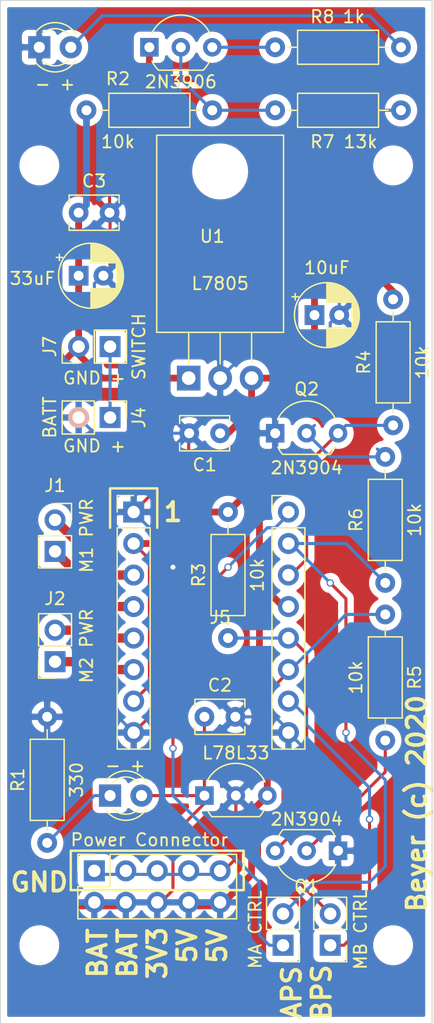
<source format=kicad_pcb>
(kicad_pcb (version 20171130) (host pcbnew "(5.1.4)-1")
  (layers (0 F.Cu signal hide) (31 B.Cu signal) (34 B.Paste user hide) (35 F.Paste user hide) (36 B.SilkS user hide) (37 F.SilkS user) (38 B.Mask user hide) (39 F.Mask user hide) (44 Edge.Cuts user hide))
  (net 0 "")
  (net 1 GND)
  (net 2 +5V)
  (net 3 +3V3)
  (net 4 "Net-(D1-Pad1)")
  (net 5 BPWM)
  (net 6 B2)
  (net 7 APWM)
  (net 8 A2)
  (net 9 B1)
  (net 10 A1)
  (net 11 "Net-(Q1-Pad2)")
  (net 12 "Net-(Q2-Pad2)")
  (net 13 +BATT)
  (net 14 "Net-(J1-Pad1)")
  (net 15 "Net-(J1-Pad2)")
  (net 16 "Net-(J2-Pad1)")
  (net 17 "Net-(J2-Pad2)")
  (net 18 "Net-(J4-Pad1)")
  (module bob:Pololu_TB6612 (layer F.Cu) (at 106.68 60.325)
    (fp_text reference J5 (at 7 8.5) (layer F.SilkS))
    (fp_text value TB6612_Motor_Driver)
    (pad 8 thru_hole oval (at 0 17.78) (size 1.7 1.7) (drill 1) (layers *.Cu *.Mask) (net 1 GND))
    (pad 7 thru_hole oval (at 0 15.24) (size 1.7 1.7) (drill 1) (layers *.Cu *.Mask) (net 2 +5V))
    (pad 6 thru_hole oval (at 0 12.7) (size 1.7 1.7) (drill 1) (layers *.Cu *.Mask) (net 16 "Net-(J2-Pad1)"))
    (pad 5 thru_hole oval (at 0 10.16) (size 1.7 1.7) (drill 1) (layers *.Cu *.Mask) (net 17 "Net-(J2-Pad2)"))
    (pad 4 thru_hole oval (at 0 7.62) (size 1.7 1.7) (drill 1) (layers *.Cu *.Mask) (net 15 "Net-(J1-Pad2)"))
    (pad 3 thru_hole oval (at 0 5.08) (size 1.7 1.7) (drill 1) (layers *.Cu *.Mask) (net 14 "Net-(J1-Pad1)"))
    (pad 2 thru_hole oval (at 0 2.54) (size 1.7 1.7) (drill 1) (layers *.Cu *.Mask) (net 2 +5V))
    (pad 1 thru_hole rect (at 0 0) (size 1.7 1.7) (drill 1) (layers *.Cu *.Mask) (net 1 GND))
    (pad 16 thru_hole circle (at 12.5 0) (size 1.7 1.7) (drill 1) (layers *.Cu *.Mask) (net 7 APWM))
    (pad 15 thru_hole oval (at 12.5 2.54) (size 1.7 1.7) (drill 1) (layers *.Cu *.Mask) (net 8 A2))
    (pad 14 thru_hole oval (at 12.5 5.08) (size 1.7 1.7) (drill 1) (layers *.Cu *.Mask) (net 10 A1))
    (pad 13 thru_hole oval (at 12.5 7.62) (size 1.7 1.7) (drill 1) (layers *.Cu *.Mask) (net 2 +5V))
    (pad 12 thru_hole oval (at 12.5 10.16) (size 1.7 1.7) (drill 1) (layers *.Cu *.Mask) (net 9 B1))
    (pad 11 thru_hole oval (at 12.5 12.7) (size 1.7 1.7) (drill 1) (layers *.Cu *.Mask) (net 6 B2))
    (pad 10 thru_hole oval (at 12.5 15.24) (size 1.7 1.7) (drill 1) (layers *.Cu *.Mask) (net 5 BPWM))
    (pad 9 thru_hole oval (at 12.5 17.78) (size 1.7 1.7) (drill 1) (layers *.Cu *.Mask) (net 1 GND))
  )
  (module Package_TO_SOT_THT:TO-220-3_Horizontal_TabDown (layer F.Cu) (at 111.125 49.53)
    (fp_text reference U1 (at 1.905 -11.43) (layer F.SilkS))
    (fp_text value L7805 (at 2.54 -7.62) (layer F.SilkS))
    (pad 3 thru_hole oval (at 5.08 0) (size 1.905 2) (drill 1.1) (layers *.Cu *.Mask) (net 2 +5V))
    (pad 2 thru_hole oval (at 2.54 0) (size 1.905 2) (drill 1.1) (layers *.Cu *.Mask) (net 1 GND))
    (pad 1 thru_hole rect (at 0 0) (size 1.905 2) (drill 1.1) (layers *.Cu *.Mask) (net 13 +BATT))
    (pad "" np_thru_hole oval (at 2.54 -16.66) (size 3.5 3.5) (drill 3.5) (layers *.Cu *.Mask))
  )
  (module "" (layer F.Cu) (at 102.87 27.94)
    (fp_text reference "" (at 107.95 22.86) (layer F.SilkS) (effects (font (size 1.27 1.27))))
    (fp_text value "" (at 107.95 22.86) (layer F.SilkS) (effects (font (size 1.27 1.27))))
  )
  (module "" (layer F.Cu) (at 96.52 27.94)
    (fp_text reference "" (at 107.95 22.86) (layer F.SilkS) (effects (font (size 1.27 1.27))))
    (fp_text value "" (at 107.95 22.86) (layer F.SilkS) (effects (font (size 1.27 1.27))))
  )
  (module Mounting_Holes:MountingHole_2.2mm_M2 (layer F.Cu) (at 127.635 32.385)
    (fp_text reference "" (at 0 -3.2) (layer F.SilkS))
    (fp_text value "")
    (pad 1 np_thru_hole circle (at 0 0) (size 2.2 2.2) (drill 2.2) (layers *.Cu *.Mask))
  )
  (module Mounting_Holes:MountingHole_2.2mm_M2 (layer F.Cu) (at 99.06 32.385)
    (fp_text reference "" (at 0 -3.2) (layer F.SilkS))
    (fp_text value "")
    (pad 1 np_thru_hole circle (at 0 0) (size 2.2 2.2) (drill 2.2) (layers *.Cu *.Mask))
  )
  (module Mounting_Holes:MountingHole_2.2mm_M2 (layer F.Cu) (at 127.635 95.25)
    (fp_text reference "" (at 0 -3.2) (layer F.SilkS))
    (fp_text value "")
    (pad 1 np_thru_hole circle (at 0 0) (size 2.2 2.2) (drill 2.2) (layers *.Cu *.Mask))
  )
  (module Mounting_Holes:MountingHole_2.2mm_M2 (layer F.Cu) (at 99.06 95.25)
    (fp_text reference "" (at 0 -3.2) (layer F.SilkS))
    (fp_text value "")
    (pad 1 np_thru_hole circle (at 0 0) (size 2.2 2.2) (drill 2.2) (layers *.Cu *.Mask))
  )
  (module Connector_PinHeader_2.54mm:PinHeader_1x02_P2.54mm_Vertical (layer F.Cu) (at 104.775 52.705 270)
    (fp_text reference J4 (at 0 -2.33 90) (layer F.SilkS))
    (fp_text value BATT (at 0 4.87 90) (layer F.SilkS))
    (fp_text user "GND +" (at 2.295 1.27) (layer F.SilkS))
    (pad 2 thru_hole oval (at 0 2.54 270) (size 1.7 1.7) (drill 1) (layers *.Cu *.Mask B.SilkS) (net 1 GND))
    (pad 1 thru_hole rect (at 0 0 270) (size 1.7 1.7) (drill 1) (layers *.Cu *.Mask) (net 18 "Net-(J4-Pad1)"))
  )
  (module Connector_PinHeader_2.54mm:PinHeader_1x02_P2.54mm_Vertical (layer F.Cu) (at 102.235 46.99 90)
    (fp_text reference J7 (at 0 -2.33 90) (layer F.SilkS))
    (fp_text value SWITCH (at 0 4.87 90) (layer F.SilkS))
    (fp_text user "GND +" (at -2.54 1.27) (layer F.SilkS))
    (pad 2 thru_hole rect (at 0 2.54 90) (size 1.7 1.7) (drill 1) (layers *.Cu *.Mask) (net 18 "Net-(J4-Pad1)"))
    (pad 1 thru_hole oval (at 0 0 90) (size 1.7 1.7) (drill 1) (layers *.Cu *.Mask) (net 13 +BATT))
  )
  (module Connector_PinSocket_2.54mm:PinSocket_2x05_P2.54mm_Vertical (layer F.Cu) (at 103.505 89.25 90)
    (fp_text reference J3 hide)
    (fp_text value "Power Connector" (at 2.5 4.445 180) (layer F.SilkS))
    (pad 10 thru_hole oval (at -2.54 10.16 90) (size 1.7 1.7) (drill 1) (layers *.Cu *.Mask) (net 1 GND))
    (pad 9 thru_hole oval (at 0 10.16 90) (size 1.7 1.7) (drill 1) (layers *.Cu *.Mask) (net 2 +5V))
    (pad 8 thru_hole oval (at -2.54 7.62 90) (size 1.7 1.7) (drill 1) (layers *.Cu *.Mask) (net 1 GND))
    (pad 7 thru_hole oval (at 0 7.62 90) (size 1.7 1.7) (drill 1) (layers *.Cu *.Mask) (net 2 +5V))
    (pad 6 thru_hole oval (at -2.54 5.08 90) (size 1.7 1.7) (drill 1) (layers *.Cu *.Mask) (net 1 GND))
    (pad 5 thru_hole oval (at 0 5.08 90) (size 1.7 1.7) (drill 1) (layers *.Cu *.Mask) (net 3 +3V3))
    (pad 4 thru_hole oval (at -2.54 2.54 90) (size 1.7 1.7) (drill 1) (layers *.Cu *.Mask) (net 1 GND))
    (pad 3 thru_hole oval (at 0 2.54 90) (size 1.7 1.7) (drill 1) (layers *.Cu *.Mask) (net 13 +BATT))
    (pad 2 thru_hole oval (at -2.54 0 90) (size 1.7 1.7) (drill 1) (layers *.Cu *.Mask) (net 1 GND))
    (pad 1 thru_hole rect (at 0 0 90) (size 1.7 1.7) (drill 1) (layers *.Cu *.Mask) (net 13 +BATT))
  )
  (module Connector_PinHeader_2.54mm:PinHeader_1x02_P2.54mm_Vertical (layer F.Cu) (at 118.745 95.25 180)
    (fp_text reference J12)
    (fp_text value "MA CTRL" (at 2.245 1.27 270) (layer F.SilkS))
    (pad 2 thru_hole oval (at 0 2.54 180) (size 1.7 1.7) (drill 1) (layers *.Cu *.Mask) (net 8 A2))
    (pad 1 thru_hole rect (at 0 0 180) (size 1.7 1.7) (drill 1) (layers *.Cu *.Mask) (net 7 APWM))
  )
  (module Connector_PinHeader_2.54mm:PinHeader_1x02_P2.54mm_Vertical (layer F.Cu) (at 122.555 95.25 180)
    (fp_text reference J11)
    (fp_text value "MB CTRL" (at -2.445 1.27 270) (layer F.SilkS))
    (pad 2 thru_hole oval (at 0 2.54 180) (size 1.7 1.7) (drill 1) (layers *.Cu *.Mask) (net 6 B2))
    (pad 1 thru_hole rect (at 0 0 180) (size 1.7 1.7) (drill 1) (layers *.Cu *.Mask) (net 5 BPWM))
  )
  (module Connector_PinSocket_2.54mm:PinSocket_1x02_P2.54mm_Vertical (layer F.Cu) (at 100.33 72.39 180)
    (fp_text reference J2 (at 0 5.08) (layer F.SilkS))
    (fp_text value "M2 PWR" (at -2.54 1.27 270) (layer F.SilkS))
    (pad 2 thru_hole oval (at 0 2.54 180) (size 1.7 1.7) (drill 1) (layers *.Cu *.Mask) (net 17 "Net-(J2-Pad2)"))
    (pad 1 thru_hole rect (at 0 0 180) (size 1.7 1.7) (drill 1) (layers *.Cu *.Mask) (net 16 "Net-(J2-Pad1)"))
  )
  (module Connector_PinSocket_2.54mm:PinSocket_1x02_P2.54mm_Vertical (layer F.Cu) (at 100.33 60.96)
    (fp_text reference J1 (at 0 -2.77) (layer F.SilkS))
    (fp_text value "M1 PWR" (at 2.54 1.27 90) (layer F.SilkS))
    (pad 2 thru_hole rect (at 0 2.54) (size 1.7 1.7) (drill 1) (layers *.Cu *.Mask) (net 15 "Net-(J1-Pad2)"))
    (pad 1 thru_hole oval (at 0 0) (size 1.7 1.7) (drill 1) (layers *.Cu *.Mask) (net 14 "Net-(J1-Pad1)"))
  )
  (module LED_THT:LED_D3.0mm (layer F.Cu) (at 104.775 83.185)
    (fp_text reference D1)
    (fp_text value "- +" (at 1.225 -2.435) (layer F.SilkS))
    (pad 2 thru_hole circle (at 2.54 0) (size 1.8 1.8) (drill 0.9) (layers *.Cu *.Mask) (net 3 +3V3))
    (pad 1 thru_hole rect (at 0 0) (size 1.8 1.8) (drill 0.9) (layers *.Cu *.Mask) (net 4 "Net-(D1-Pad1)"))
  )
  (module Capacitor_THT:CP_Radial_D5.0mm_P2.00mm (layer F.Cu) (at 121.285 44.45)
    (fp_text reference C4)
    (fp_text value 10uF (at 1 -3.81) (layer F.SilkS))
    (pad 2 thru_hole circle (at 2 0) (size 1.6 1.6) (drill 0.8) (layers *.Cu *.Mask) (net 1 GND))
    (pad 1 thru_hole rect (at 0 0) (size 1.6 1.6) (drill 0.8) (layers *.Cu *.Mask) (net 2 +5V))
  )
  (module Capacitor_THT:C_Disc_D3.8mm_W2.6mm_P2.50mm (layer F.Cu) (at 102.235 36.195)
    (fp_text reference C3 (at 1.25 -2.55) (layer F.SilkS))
    (fp_text value 0.1uF)
    (pad 2 thru_hole circle (at 2.5 0) (size 1.6 1.6) (drill 0.8) (layers *.Cu *.Mask) (net 1 GND))
    (pad 1 thru_hole circle (at 0 0) (size 1.6 1.6) (drill 0.8) (layers *.Cu *.Mask) (net 13 +BATT))
  )
  (module Capacitor_THT:C_Disc_D3.8mm_W2.6mm_P2.50mm (layer F.Cu) (at 112.395 76.835)
    (fp_text reference C2 (at 1.25 -2.55) (layer F.SilkS))
    (fp_text value 0.1uF)
    (pad 2 thru_hole circle (at 2.5 0) (size 1.6 1.6) (drill 0.8) (layers *.Cu *.Mask) (net 1 GND))
    (pad 1 thru_hole circle (at 0 0) (size 1.6 1.6) (drill 0.8) (layers *.Cu *.Mask) (net 3 +3V3))
  )
  (module Capacitor_THT:C_Disc_D3.8mm_W2.6mm_P2.50mm (layer F.Cu) (at 113.665 53.975 180)
    (fp_text reference C1 (at 1.25 -2.55) (layer F.SilkS))
    (fp_text value 0.1uF)
    (pad 2 thru_hole circle (at 2.5 0 180) (size 1.6 1.6) (drill 0.8) (layers *.Cu *.Mask) (net 1 GND))
    (pad 1 thru_hole circle (at 0 0 180) (size 1.6 1.6) (drill 0.8) (layers *.Cu *.Mask) (net 2 +5V))
  )
  (module Capacitor_THT:CP_Radial_D5.0mm_P2.00mm (layer F.Cu) (at 102.235 41.275)
    (fp_text reference C5)
    (fp_text value 33uF (at -3.735 0.225) (layer F.SilkS))
    (pad 2 thru_hole circle (at 2 0) (size 1.6 1.6) (drill 0.8) (layers *.Cu *.Mask) (net 1 GND))
    (pad 1 thru_hole rect (at 0 0) (size 1.6 1.6) (drill 0.8) (layers *.Cu *.Mask) (net 13 +BATT))
  )
  (module Resistor_THT:R_Axial_DIN0207_L6.3mm_D2.5mm_P10.16mm_Horizontal (layer F.Cu) (at 127 66.04 90)
    (fp_text reference R6 (at 5.08 -2.37 90) (layer F.SilkS))
    (fp_text value 10k (at 5.08 2.37 90) (layer F.SilkS))
    (pad 2 thru_hole oval (at 10.16 0 90) (size 1.6 1.6) (drill 0.8) (layers *.Cu *.Mask) (net 12 "Net-(Q2-Pad2)"))
    (pad 1 thru_hole circle (at 0 0 90) (size 1.6 1.6) (drill 0.8) (layers *.Cu *.Mask) (net 8 A2))
  )
  (module Resistor_THT:R_Axial_DIN0207_L6.3mm_D2.5mm_P10.16mm_Horizontal (layer F.Cu) (at 127 68.58 270)
    (fp_text reference R5 (at 5.08 -2.37 90) (layer F.SilkS))
    (fp_text value 10k (at 5.08 2.37 90) (layer F.SilkS))
    (pad 2 thru_hole oval (at 10.16 0 270) (size 1.6 1.6) (drill 0.8) (layers *.Cu *.Mask) (net 11 "Net-(Q1-Pad2)"))
    (pad 1 thru_hole circle (at 0 0 270) (size 1.6 1.6) (drill 0.8) (layers *.Cu *.Mask) (net 6 B2))
  )
  (module Resistor_THT:R_Axial_DIN0207_L6.3mm_D2.5mm_P10.16mm_Horizontal (layer F.Cu) (at 127.635 53.34 90)
    (fp_text reference R4 (at 5.08 -2.37 90) (layer F.SilkS))
    (fp_text value 10k (at 5.08 2.37 90) (layer F.SilkS))
    (pad 2 thru_hole oval (at 10.16 0 90) (size 1.6 1.6) (drill 0.8) (layers *.Cu *.Mask) (net 2 +5V))
    (pad 1 thru_hole circle (at 0 0 90) (size 1.6 1.6) (drill 0.8) (layers *.Cu *.Mask) (net 10 A1))
  )
  (module Resistor_THT:R_Axial_DIN0207_L6.3mm_D2.5mm_P10.16mm_Horizontal (layer F.Cu) (at 114.3 70.485 90)
    (fp_text reference R3 (at 5.08 -2.37 90) (layer F.SilkS))
    (fp_text value 10k (at 5.08 2.37 90) (layer F.SilkS))
    (pad 2 thru_hole oval (at 10.16 0 90) (size 1.6 1.6) (drill 0.8) (layers *.Cu *.Mask) (net 2 +5V))
    (pad 1 thru_hole circle (at 0 0 90) (size 1.6 1.6) (drill 0.8) (layers *.Cu *.Mask) (net 9 B1))
  )
  (module Resistor_THT:R_Axial_DIN0207_L6.3mm_D2.5mm_P10.16mm_Horizontal (layer F.Cu) (at 102.87 27.94)
    (fp_text reference R2 (at 2.54 -2.54) (layer F.SilkS))
    (fp_text value 10k (at 2.54 2.54) (layer F.SilkS))
    (pad 2 thru_hole oval (at 10.16 0) (size 1.6 1.6) (drill 0.8) (layers *.Cu *.Mask))
    (pad 1 thru_hole circle (at 0 0) (size 1.6 1.6) (drill 0.8) (layers *.Cu *.Mask))
  )
  (module Resistor_THT:R_Axial_DIN0207_L6.3mm_D2.5mm_P10.16mm_Horizontal (layer F.Cu) (at 99.695 86.995 90)
    (fp_text reference R1 (at 5.08 -2.37 90) (layer F.SilkS))
    (fp_text value 330 (at 5.08 2.37 90) (layer F.SilkS))
    (pad 2 thru_hole oval (at 10.16 0 90) (size 1.6 1.6) (drill 0.8) (layers *.Cu *.Mask) (net 1 GND))
    (pad 1 thru_hole circle (at 0 0 90) (size 1.6 1.6) (drill 0.8) (layers *.Cu *.Mask) (net 4 "Net-(D1-Pad1)"))
  )
  (module Package_TO_SOT_THT:TO-92_Inline_Wide (layer F.Cu) (at 107.95 22.86)
    (fp_text reference Q3)
    (fp_text value 2N3906 (at 2.54 2.79) (layer F.SilkS))
    (pad 1 thru_hole rect (at 0 0 90) (size 1.5 1.5) (drill 0.8) (layers *.Cu *.Mask) (net 2 +5V))
    (pad 3 thru_hole circle (at 5.08 0 90) (size 1.5 1.5) (drill 0.8) (layers *.Cu *.Mask))
    (pad 2 thru_hole circle (at 2.54 0 90) (size 1.5 1.5) (drill 0.8) (layers *.Cu *.Mask))
  )
  (module Resistor_THT:R_Axial_DIN0207_L6.3mm_D2.5mm_P10.16mm_Horizontal (layer F.Cu) (at 118.11 22.86)
    (fp_text reference R8 (at 3.81 -2.46) (layer F.SilkS))
    (fp_text value 1k (at 6.35 -2.46) (layer F.SilkS))
    (pad 2 thru_hole oval (at 10.16 0) (size 1.6 1.6) (drill 0.8) (layers *.Cu *.Mask))
    (pad 1 thru_hole circle (at 0 0) (size 1.6 1.6) (drill 0.8) (layers *.Cu *.Mask))
  )
  (module Resistor_THT:R_Axial_DIN0207_L6.3mm_D2.5mm_P10.16mm_Horizontal (layer F.Cu) (at 118.11 27.94)
    (fp_text reference R7 (at 3.81 2.54) (layer F.SilkS))
    (fp_text value 13k (at 6.89 2.54) (layer F.SilkS))
    (pad 1 thru_hole circle (at 0 0) (size 1.6 1.6) (drill 0.8) (layers *.Cu *.Mask))
    (pad 2 thru_hole oval (at 10.16 0) (size 1.6 1.6) (drill 0.8) (layers *.Cu *.Mask))
  )
  (module LED_THT:LED_D3.0mm (layer F.Cu) (at 99.06 22.86)
    (fp_text reference D2)
    (fp_text value "- +" (at 1.27 2.96) (layer F.SilkS))
    (pad 2 thru_hole circle (at 2.54 0) (size 1.8 1.8) (drill 0.9) (layers *.Cu *.Mask))
    (pad 1 thru_hole rect (at 0 0) (size 1.8 1.8) (drill 0.9) (layers *.Cu *.Mask) (net 1 GND))
  )
  (module Package_TO_SOT_THT:TO-92L_Inline_Wide (layer F.Cu) (at 112.395 83.185)
    (fp_text reference U3)
    (fp_text value L78L33 (at 2.54 -3.435) (layer F.SilkS))
    (pad 1 thru_hole rect (at 0 0 90) (size 1.5 1.5) (drill 0.8) (layers *.Cu *.Mask) (net 3 +3V3))
    (pad 3 thru_hole circle (at 5.08 0 90) (size 1.5 1.5) (drill 0.8) (layers *.Cu *.Mask) (net 2 +5V))
    (pad 2 thru_hole circle (at 2.54 0 90) (size 1.5 1.5) (drill 0.8) (layers *.Cu *.Mask) (net 1 GND))
  )
  (module Package_TO_SOT_THT:TO-92L_Inline_Wide (layer F.Cu) (at 118.11 53.975)
    (fp_text reference Q2 (at 2.54 -3.56) (layer F.SilkS))
    (fp_text value 2N3904 (at 2.54 2.79) (layer F.SilkS))
    (pad 1 thru_hole rect (at 0 0 90) (size 1.5 1.5) (drill 0.8) (layers *.Cu *.Mask) (net 1 GND))
    (pad 3 thru_hole circle (at 5.08 0 90) (size 1.5 1.5) (drill 0.8) (layers *.Cu *.Mask) (net 10 A1))
    (pad 2 thru_hole circle (at 2.54 0 90) (size 1.5 1.5) (drill 0.8) (layers *.Cu *.Mask) (net 12 "Net-(Q2-Pad2)"))
  )
  (module Package_TO_SOT_THT:TO-92L_Inline_Wide (layer F.Cu) (at 123.19 87.63 180)
    (fp_text reference Q1 (at 2.54 -2.87) (layer F.SilkS))
    (fp_text value 2N3904 (at 2.54 2.54) (layer F.SilkS))
    (pad 1 thru_hole rect (at 0 0 270) (size 1.5 1.5) (drill 0.8) (layers *.Cu *.Mask) (net 1 GND))
    (pad 3 thru_hole circle (at 5.08 0 270) (size 1.5 1.5) (drill 0.8) (layers *.Cu *.Mask) (net 9 B1))
    (pad 2 thru_hole circle (at 2.54 0 270) (size 1.5 1.5) (drill 0.8) (layers *.Cu *.Mask) (net 11 "Net-(Q1-Pad2)"))
  )
  (gr_line (start 115.57 87.63) (end 101.6 87.63) (angle 90) (layer F.SilkS) (width 0.2))
  (gr_line (start 101.6 87.63) (end 101.6 90.805) (angle 90) (layer F.SilkS) (width 0.2))
  (gr_line (start 115.57 90.805) (end 115.57 87.63) (angle 90) (layer F.SilkS) (width 0.2))
  (gr_line (start 101.6 90.805) (end 115.57 90.805) (angle 90) (layer F.SilkS) (width 0.2))
  (gr_text "Beyer (c) 2020" (at 129.54 83.82 90) (layer F.SilkS) (effects (font (size 1.5 1.5) (thickness 0.3))))
  (gr_text GND (at 99.06 90.17) (layer F.SilkS) (effects (font (size 1.5 1.5) (thickness 0.3))))
  (gr_text 1 (at 109.855 60.325) (layer F.SilkS) (effects (font (size 1.5 1.5) (thickness 0.3))))
  (gr_line (start 104.775 58.42) (end 104.775 61.595) (angle 90) (layer F.SilkS) (width 0.2))
  (gr_line (start 108.585 58.42) (end 108.585 61.595) (angle 90) (layer F.SilkS) (width 0.2))
  (gr_line (start 104.775 58.42) (end 108.585 58.42) (angle 90) (layer F.SilkS) (width 0.2))
  (gr_text "APS\nBPS" (at 120.65 99.06 90) (layer F.SilkS) (effects (font (size 1.5 1.5) (thickness 0.3))))
  (gr_text "BAT\nBAT\n3V3\n 5V\n 5V" (at 108.585 95.885 90) (layer F.SilkS) (effects (font (size 1.5 1.5) (thickness 0.3))))
  (gr_line (start 95.885 93.98) (end 95.885 101.6) (angle 90) (layer Edge.Cuts) (width 0.15))
  (gr_line (start 130.81 93.98) (end 130.81 101.6) (angle 90) (layer Edge.Cuts) (width 0.15))
  (gr_line (start 95.885 19.05) (end 130.81 19.05) (angle 90) (layer Edge.Cuts) (width 0.15))
  (gr_line (start 130.81 93.98) (end 130.81 77.47) (angle 90) (layer Edge.Cuts) (width 0.15))
  (gr_line (start 95.885 101.6) (end 130.81 101.6) (angle 90) (layer Edge.Cuts) (width 0.15))
  (gr_line (start 95.885 77.47) (end 95.885 93.98) (angle 90) (layer Edge.Cuts) (width 0.15))
  (gr_line (start 95.885 19.05) (end 95.885 77.47) (angle 90) (layer Edge.Cuts) (width 0.15))
  (gr_line (start 130.81 19.05) (end 130.81 77.47) (angle 90) (layer Edge.Cuts) (width 0.15))
  (segment (start 102.499999 21.960001) (end 101.6 22.86) (width 0.25) (layer B.Cu) (net 0))
  (segment (start 104.14 20.32) (end 102.499999 21.960001) (width 0.25) (layer B.Cu) (net 0))
  (segment (start 125.73 20.32) (end 104.14 20.32) (width 0.25) (layer B.Cu) (net 0))
  (segment (start 128.27 22.86) (end 125.73 20.32) (width 0.25) (layer B.Cu) (net 0))
  (segment (start 113.03 22.86) (end 118.11 22.86) (width 0.25) (layer B.Cu) (net 0))
  (segment (start 113.03 27.94) (end 118.11 27.94) (width 0.25) (layer B.Cu) (net 0))
  (segment (start 110.49 25.4) (end 113.03 27.94) (width 0.25) (layer B.Cu) (net 0))
  (segment (start 110.49 22.86) (end 110.49 25.4) (width 0.25) (layer B.Cu) (net 0))
  (segment (start 113.665 49.53) (end 117.475 45.72) (width 0.25) (layer B.Cu) (net 1))
  (segment (start 117.475 45.72) (end 122.555 45.72) (width 0.25) (layer B.Cu) (net 1))
  (segment (start 122.555 45.72) (end 122.555 45.085) (width 0.25) (layer B.Cu) (net 1))
  (segment (start 122.555 45.085) (end 123.19 44.45) (width 0.25) (layer B.Cu) (net 1))
  (segment (start 123.19 44.45) (end 123.285 44.45) (width 0.25) (layer B.Cu) (net 1))
  (segment (start 106.68 60.325) (end 111.125 55.88) (width 0.25) (layer F.Cu) (net 1))
  (segment (start 111.125 55.88) (end 111.125 53.975) (width 0.25) (layer F.Cu) (net 1))
  (segment (start 111.125 53.975) (end 111.165 53.975) (width 0.25) (layer F.Cu) (net 1))
  (segment (start 119.18 78.105) (end 119.38 78.105) (width 0.25) (layer B.Cu) (net 1))
  (segment (start 102.235 52.705) (end 102.235 49.53) (width 0.25) (layer B.Cu) (net 1))
  (segment (start 102.235 49.53) (end 103.505 48.26) (width 0.25) (layer B.Cu) (net 1))
  (segment (start 103.505 48.26) (end 103.505 41.91) (width 0.25) (layer B.Cu) (net 1))
  (segment (start 103.505 41.91) (end 104.14 41.275) (width 0.25) (layer B.Cu) (net 1))
  (segment (start 104.14 41.275) (end 104.235 41.275) (width 0.25) (layer B.Cu) (net 1))
  (segment (start 106.68 78.105) (end 109.855 74.93) (width 0.25) (layer F.Cu) (net 1))
  (segment (start 109.855 74.93) (end 109.855 64.77) (width 0.25) (layer F.Cu) (net 1))
  (via (at 109.855 64.77) (size 0.6) (layers F.Cu B.Cu) (net 1))
  (segment (start 109.855 64.77) (end 109.855 63.5) (width 0.25) (layer B.Cu) (net 1))
  (segment (start 109.855 63.5) (end 106.68 60.325) (width 0.25) (layer B.Cu) (net 1))
  (segment (start 111.165 53.975) (end 111.125 53.975) (width 0.25) (layer F.Cu) (net 1))
  (segment (start 111.125 53.975) (end 113.665 51.435) (width 0.25) (layer F.Cu) (net 1))
  (segment (start 113.665 51.435) (end 113.665 49.53) (width 0.25) (layer F.Cu) (net 1))
  (segment (start 111.165 53.975) (end 103.505 53.975) (width 0.25) (layer B.Cu) (net 1))
  (segment (start 103.505 53.975) (end 102.235 52.705) (width 0.25) (layer B.Cu) (net 1))
  (segment (start 114.895 76.835) (end 114.935 76.835) (width 0.25) (layer B.Cu) (net 1))
  (segment (start 114.935 76.835) (end 113.665 78.105) (width 0.25) (layer B.Cu) (net 1))
  (segment (start 113.665 78.105) (end 106.68 78.105) (width 0.25) (layer B.Cu) (net 1))
  (segment (start 106.68 78.105) (end 105.41 76.835) (width 0.25) (layer B.Cu) (net 1))
  (segment (start 105.41 76.835) (end 99.695 76.835) (width 0.25) (layer B.Cu) (net 1))
  (segment (start 114.895 76.835) (end 114.935 76.835) (width 0.25) (layer F.Cu) (net 1))
  (segment (start 114.935 76.835) (end 113.665 78.105) (width 0.25) (layer F.Cu) (net 1))
  (segment (start 119.18 78.105) (end 119.38 78.105) (width 0.25) (layer B.Cu) (net 1))
  (segment (start 119.38 78.105) (end 118.11 76.835) (width 0.25) (layer B.Cu) (net 1))
  (segment (start 118.11 76.835) (end 114.895 76.835) (width 0.25) (layer B.Cu) (net 1))
  (segment (start 111.165 53.975) (end 111.125 53.975) (width 0.25) (layer B.Cu) (net 1))
  (segment (start 111.125 53.975) (end 112.395 52.705) (width 0.25) (layer B.Cu) (net 1))
  (segment (start 112.395 52.705) (end 114.935 52.705) (width 0.25) (layer B.Cu) (net 1))
  (segment (start 114.935 52.705) (end 116.205 53.975) (width 0.25) (layer B.Cu) (net 1))
  (segment (start 116.205 53.975) (end 118.11 53.975) (width 0.25) (layer B.Cu) (net 1))
  (segment (start 104.235 41.275) (end 104.14 41.275) (width 0.25) (layer F.Cu) (net 1))
  (segment (start 104.14 41.275) (end 104.775 40.64) (width 0.25) (layer F.Cu) (net 1))
  (segment (start 104.775 40.64) (end 104.775 36.195) (width 0.25) (layer F.Cu) (net 1))
  (segment (start 104.775 36.195) (end 104.735 36.195) (width 0.25) (layer F.Cu) (net 1))
  (segment (start 111.125 89.535) (end 108.585 89.535) (width 0.25) (layer B.Cu) (net 1))
  (segment (start 108.585 89.535) (end 106.045 89.535) (width 0.25) (layer B.Cu) (net 1))
  (segment (start 106.045 89.535) (end 103.505 89.535) (width 0.25) (layer B.Cu) (net 1))
  (segment (start 113.665 89.535) (end 111.125 89.535) (width 0.25) (layer B.Cu) (net 1))
  (segment (start 119.38 78.105) (end 119.38 78.74) (width 0.25) (layer B.Cu) (net 1))
  (segment (start 123.19 82.115) (end 123.19 87.63) (width 0.25) (layer B.Cu) (net 1))
  (segment (start 119.18 78.105) (end 123.19 82.115) (width 0.25) (layer B.Cu) (net 1))
  (segment (start 113.665 81.915) (end 114.935 83.185) (width 0.25) (layer F.Cu) (net 1))
  (segment (start 113.665 78.105) (end 113.665 81.915) (width 0.25) (layer F.Cu) (net 1))
  (segment (start 114.935 88.265) (end 113.665 89.535) (width 0.25) (layer F.Cu) (net 1))
  (segment (start 114.935 83.185) (end 114.935 88.265) (width 0.25) (layer F.Cu) (net 1))
  (segment (start 123.285 44.45) (end 123.285 32.925) (width 0.25) (layer B.Cu) (net 1))
  (segment (start 99.06 22.86) (end 99.06 27.94) (width 0.25) (layer F.Cu) (net 1))
  (segment (start 104.735 33.615) (end 104.735 36.195) (width 0.25) (layer F.Cu) (net 1))
  (segment (start 99.06 27.94) (end 104.735 33.615) (width 0.25) (layer F.Cu) (net 1))
  (segment (start 128.27 27.94) (end 125.73 27.94) (width 0.25) (layer B.Cu) (net 1))
  (segment (start 123.285 30.385) (end 123.285 32.925) (width 0.25) (layer B.Cu) (net 1))
  (segment (start 125.73 27.94) (end 123.285 30.385) (width 0.25) (layer B.Cu) (net 1))
  (segment (start 106.68 75.565) (end 107.95 74.295) (width 0.25) (layer F.Cu) (net 2))
  (segment (start 107.95 74.295) (end 107.95 64.135) (width 0.25) (layer F.Cu) (net 2))
  (segment (start 107.95 64.135) (end 106.68 62.865) (width 0.25) (layer F.Cu) (net 2))
  (segment (start 116.84 81.28) (end 116.84 66.04) (width 0.55) (layer F.Cu) (net 2))
  (segment (start 106.68 62.865) (end 109.855 62.865) (width 0.55) (layer F.Cu) (net 2))
  (segment (start 112.395 60.325) (end 114.3 60.325) (width 0.55) (layer F.Cu) (net 2))
  (segment (start 109.855 62.865) (end 112.395 60.325) (width 0.55) (layer F.Cu) (net 2))
  (segment (start 119.18 67.945) (end 118.745 67.945) (width 0.55) (layer F.Cu) (net 2))
  (segment (start 118.745 67.945) (end 116.84 66.04) (width 0.55) (layer F.Cu) (net 2))
  (segment (start 116.84 66.04) (end 116.84 60.325) (width 0.55) (layer F.Cu) (net 2))
  (segment (start 116.84 60.325) (end 115.57 59.055) (width 0.55) (layer F.Cu) (net 2))
  (segment (start 113.665 53.975) (end 114.3 53.975) (width 0.55) (layer F.Cu) (net 2))
  (segment (start 114.3 53.975) (end 115.57 52.705) (width 0.55) (layer F.Cu) (net 2))
  (segment (start 116.205 49.53) (end 116.205 51.435) (width 0.55) (layer F.Cu) (net 2))
  (segment (start 115.57 59.055) (end 114.3 60.325) (width 0.55) (layer F.Cu) (net 2))
  (segment (start 115.57 52.07) (end 115.57 52.705) (width 0.55) (layer F.Cu) (net 2))
  (segment (start 115.57 52.705) (end 115.57 59.055) (width 0.55) (layer F.Cu) (net 2))
  (segment (start 116.205 51.435) (end 115.57 52.07) (width 0.55) (layer F.Cu) (net 2))
  (segment (start 127.635 43.18) (end 127.635 42.545) (width 0.55) (layer F.Cu) (net 2))
  (segment (start 127.635 42.545) (end 125.73 40.64) (width 0.55) (layer F.Cu) (net 2))
  (segment (start 125.73 40.64) (end 122.555 40.64) (width 0.55) (layer F.Cu) (net 2))
  (segment (start 122.555 40.64) (end 121.285 41.91) (width 0.55) (layer F.Cu) (net 2))
  (segment (start 116.205 49.53) (end 118.11 49.53) (width 0.55) (layer F.Cu) (net 2))
  (segment (start 121.285 46.355) (end 121.285 44.45) (width 0.55) (layer F.Cu) (net 2))
  (segment (start 118.11 49.53) (end 121.285 46.355) (width 0.55) (layer F.Cu) (net 2))
  (segment (start 113.665 92.075) (end 111.125 92.075) (width 0.55) (layer F.Cu) (net 2))
  (segment (start 117.475 81.915) (end 117.475 83.185) (width 0.55) (layer F.Cu) (net 2))
  (segment (start 116.84 81.28) (end 117.475 81.915) (width 0.55) (layer F.Cu) (net 2))
  (segment (start 116.205 89.535) (end 113.665 92.075) (width 0.55) (layer F.Cu) (net 2))
  (segment (start 117.475 83.185) (end 116.205 84.455) (width 0.55) (layer F.Cu) (net 2))
  (segment (start 116.205 84.455) (end 116.205 89.535) (width 0.55) (layer F.Cu) (net 2))
  (segment (start 120.65 27.94) (end 120.65 41.91) (width 0.55) (layer F.Cu) (net 2))
  (segment (start 121.285 42.545) (end 121.285 44.45) (width 0.55) (layer F.Cu) (net 2))
  (segment (start 118.11 25.4) (end 120.65 27.94) (width 0.55) (layer F.Cu) (net 2))
  (segment (start 121.285 41.91) (end 121.285 42.545) (width 0.55) (layer F.Cu) (net 2))
  (segment (start 120.65 41.91) (end 121.285 42.545) (width 0.55) (layer F.Cu) (net 2))
  (segment (start 107.95 24.16) (end 107.95 22.86) (width 0.55) (layer F.Cu) (net 2))
  (segment (start 109.19 25.4) (end 107.95 24.16) (width 0.55) (layer F.Cu) (net 2))
  (segment (start 118.11 25.4) (end 109.19 25.4) (width 0.55) (layer F.Cu) (net 2))
  (segment (start 112.395 83.185) (end 112.395 83.82) (width 0.25) (layer F.Cu) (net 3))
  (segment (start 112.395 83.82) (end 109.855 86.36) (width 0.25) (layer F.Cu) (net 3))
  (segment (start 109.855 90.805) (end 108.585 92.075) (width 0.25) (layer F.Cu) (net 3))
  (segment (start 109.855 86.36) (end 109.855 90.805) (width 0.25) (layer F.Cu) (net 3))
  (segment (start 112.395 76.835) (end 112.395 83.185) (width 0.25) (layer F.Cu) (net 3))
  (segment (start 112.395 83.185) (end 107.315 83.185) (width 0.25) (layer F.Cu) (net 3))
  (segment (start 99.695 86.995) (end 103.505 83.185) (width 0.25) (layer B.Cu) (net 4))
  (segment (start 103.505 83.185) (end 104.775 83.185) (width 0.25) (layer B.Cu) (net 4))
  (segment (start 119.18 75.565) (end 119.38 75.565) (width 0.25) (layer B.Cu) (net 5))
  (segment (start 119.38 75.565) (end 120.65 76.835) (width 0.25) (layer B.Cu) (net 5))
  (segment (start 120.65 76.835) (end 120.65 77.47) (width 0.25) (layer B.Cu) (net 5))
  (segment (start 120.65 77.47) (end 125.73 82.55) (width 0.25) (layer B.Cu) (net 5))
  (via (at 125.73 85.09) (size 0.6) (layers F.Cu B.Cu) (net 5))
  (segment (start 123.655 95.25) (end 122.555 95.25) (width 0.25) (layer F.Cu) (net 5))
  (segment (start 125.73 93.175) (end 123.655 95.25) (width 0.25) (layer F.Cu) (net 5))
  (segment (start 125.73 85.09) (end 125.73 93.175) (width 0.25) (layer F.Cu) (net 5))
  (segment (start 125.73 82.55) (end 125.73 85.09) (width 0.25) (layer B.Cu) (net 5))
  (segment (start 119.18 73.025) (end 119.38 73.025) (width 0.25) (layer F.Cu) (net 6))
  (segment (start 119.38 73.025) (end 118.11 74.295) (width 0.25) (layer F.Cu) (net 6))
  (segment (start 118.11 74.295) (end 117.475 74.295) (width 0.25) (layer F.Cu) (net 6))
  (segment (start 117.475 74.295) (end 117.475 79.375) (width 0.25) (layer F.Cu) (net 6))
  (segment (start 117.475 79.375) (end 118.745 80.645) (width 0.25) (layer F.Cu) (net 6))
  (segment (start 118.745 80.645) (end 118.745 84.455) (width 0.25) (layer F.Cu) (net 6))
  (segment (start 119.18 73.025) (end 119.38 73.025) (width 0.25) (layer B.Cu) (net 6))
  (segment (start 119.38 73.025) (end 123.825 68.58) (width 0.25) (layer B.Cu) (net 6))
  (segment (start 123.825 68.58) (end 127 68.58) (width 0.25) (layer B.Cu) (net 6))
  (segment (start 118.745 84.455) (end 116.84 86.36) (width 0.25) (layer F.Cu) (net 6))
  (segment (start 116.84 86.36) (end 116.84 88.9) (width 0.25) (layer F.Cu) (net 6))
  (segment (start 116.84 88.9) (end 118.11 90.17) (width 0.25) (layer F.Cu) (net 6))
  (segment (start 120.015 90.17) (end 122.555 92.71) (width 0.25) (layer F.Cu) (net 6))
  (segment (start 118.11 90.17) (end 120.015 90.17) (width 0.25) (layer F.Cu) (net 6))
  (segment (start 119.18 60.325) (end 119.38 60.325) (width 0.25) (layer B.Cu) (net 7))
  (segment (start 119.38 60.325) (end 118.11 61.595) (width 0.25) (layer B.Cu) (net 7))
  (segment (start 118.11 61.595) (end 117.475 61.595) (width 0.25) (layer B.Cu) (net 7))
  (segment (start 117.475 61.595) (end 114.3 64.77) (width 0.25) (layer B.Cu) (net 7))
  (via (at 114.3 64.77) (size 0.6) (layers F.Cu B.Cu) (net 7))
  (segment (start 114.3 64.77) (end 111.125 67.945) (width 0.25) (layer F.Cu) (net 7))
  (segment (start 111.125 67.945) (end 111.125 75.565) (width 0.25) (layer F.Cu) (net 7))
  (segment (start 111.125 75.565) (end 109.855 76.835) (width 0.25) (layer F.Cu) (net 7))
  (segment (start 109.855 76.835) (end 109.855 79.375) (width 0.25) (layer F.Cu) (net 7))
  (via (at 109.855 79.375) (size 0.6) (layers F.Cu B.Cu) (net 7))
  (segment (start 116.84 94.445) (end 117.645 95.25) (width 0.25) (layer B.Cu) (net 7))
  (segment (start 117.645 95.25) (end 118.745 95.25) (width 0.25) (layer B.Cu) (net 7))
  (segment (start 116.84 90.17) (end 116.84 94.445) (width 0.25) (layer B.Cu) (net 7))
  (segment (start 109.855 83.185) (end 116.84 90.17) (width 0.25) (layer B.Cu) (net 7))
  (segment (start 109.855 79.375) (end 109.855 83.185) (width 0.25) (layer B.Cu) (net 7))
  (segment (start 119.18 62.865) (end 119.38 62.865) (width 0.25) (layer B.Cu) (net 8))
  (segment (start 119.38 62.865) (end 122.555 66.04) (width 0.25) (layer B.Cu) (net 8))
  (via (at 122.555 66.04) (size 0.6) (layers F.Cu B.Cu) (net 8))
  (segment (start 122.555 66.04) (end 123.825 67.31) (width 0.25) (layer F.Cu) (net 8))
  (segment (start 123.825 67.31) (end 123.825 78.105) (width 0.25) (layer F.Cu) (net 8))
  (via (at 123.825 78.105) (size 0.6) (layers F.Cu B.Cu) (net 8))
  (segment (start 127 66.04) (end 123.825 62.865) (width 0.25) (layer B.Cu) (net 8))
  (segment (start 123.825 62.865) (end 119.18 62.865) (width 0.25) (layer B.Cu) (net 8))
  (segment (start 123.825 78.74) (end 123.825 78.105) (width 0.25) (layer B.Cu) (net 8))
  (segment (start 120.015 91.44) (end 121.285 90.17) (width 0.25) (layer B.Cu) (net 8))
  (segment (start 121.285 90.17) (end 125.73 90.17) (width 0.25) (layer B.Cu) (net 8))
  (segment (start 125.73 90.17) (end 127 88.9) (width 0.25) (layer B.Cu) (net 8))
  (segment (start 127 88.9) (end 127 81.915) (width 0.25) (layer B.Cu) (net 8))
  (segment (start 127 81.915) (end 123.825 78.74) (width 0.25) (layer B.Cu) (net 8))
  (segment (start 120.015 91.44) (end 118.745 92.71) (width 0.25) (layer B.Cu) (net 8))
  (segment (start 119.18 70.485) (end 114.3 70.485) (width 0.25) (layer B.Cu) (net 9))
  (segment (start 120.65 85.09) (end 118.11 87.63) (width 0.25) (layer F.Cu) (net 9))
  (segment (start 120.65 71.755) (end 120.65 85.09) (width 0.25) (layer F.Cu) (net 9))
  (segment (start 119.18 70.485) (end 119.38 70.485) (width 0.25) (layer F.Cu) (net 9))
  (segment (start 119.38 70.485) (end 120.65 71.755) (width 0.25) (layer F.Cu) (net 9))
  (segment (start 120.65 64.135) (end 119.38 65.405) (width 0.25) (layer F.Cu) (net 10))
  (segment (start 119.38 65.405) (end 119.18 65.405) (width 0.25) (layer F.Cu) (net 10))
  (segment (start 123.825 53.34) (end 123.19 53.975) (width 0.25) (layer B.Cu) (net 10))
  (segment (start 127.635 53.34) (end 123.825 53.34) (width 0.25) (layer B.Cu) (net 10))
  (segment (start 120.65 56.515) (end 123.19 53.975) (width 0.25) (layer F.Cu) (net 10))
  (segment (start 120.65 64.135) (end 120.65 56.515) (width 0.25) (layer F.Cu) (net 10))
  (segment (start 127 81.28) (end 120.65 87.63) (width 0.25) (layer F.Cu) (net 11))
  (segment (start 127 78.74) (end 127 81.28) (width 0.25) (layer F.Cu) (net 11))
  (segment (start 120.65 53.975) (end 121.285 53.34) (width 0.25) (layer B.Cu) (net 12))
  (segment (start 127 55.88) (end 126.365 55.245) (width 0.25) (layer B.Cu) (net 12))
  (segment (start 122.555 55.88) (end 120.65 53.975) (width 0.25) (layer B.Cu) (net 12))
  (segment (start 127 55.88) (end 122.555 55.88) (width 0.25) (layer B.Cu) (net 12))
  (segment (start 102.235 46.99) (end 102.235 47.625) (width 0.55) (layer F.Cu) (net 13))
  (segment (start 102.235 47.625) (end 104.14 49.53) (width 0.55) (layer F.Cu) (net 13))
  (segment (start 104.14 49.53) (end 111.125 49.53) (width 0.55) (layer F.Cu) (net 13))
  (segment (start 102.235 41.275) (end 102.235 36.195) (width 0.55) (layer F.Cu) (net 13))
  (segment (start 106.045 92.075) (end 103.505 92.075) (width 0.55) (layer F.Cu) (net 13))
  (segment (start 103.505 92.075) (end 101.6 92.075) (width 0.55) (layer F.Cu) (net 13))
  (segment (start 101.6 92.075) (end 100.965 91.44) (width 0.55) (layer F.Cu) (net 13))
  (segment (start 100.965 91.44) (end 99.695 91.44) (width 0.55) (layer F.Cu) (net 13))
  (segment (start 99.695 91.44) (end 97.79 89.535) (width 0.55) (layer F.Cu) (net 13))
  (segment (start 97.79 89.535) (end 97.79 51.435) (width 0.55) (layer F.Cu) (net 13))
  (segment (start 97.79 51.435) (end 102.235 46.99) (width 0.55) (layer F.Cu) (net 13))
  (segment (start 102.235 46.99) (end 102.235 41.275) (width 0.55) (layer F.Cu) (net 13))
  (segment (start 102.87 35.56) (end 102.235 36.195) (width 0.55) (layer B.Cu) (net 13))
  (segment (start 102.87 27.94) (end 102.87 35.56) (width 0.55) (layer B.Cu) (net 13))
  (segment (start 106.68 65.405) (end 104.775 65.405) (width 0.75) (layer F.Cu) (net 14))
  (segment (start 104.775 65.405) (end 100.33 60.96) (width 0.75) (layer F.Cu) (net 14))
  (segment (start 106.68 67.945) (end 104.775 67.945) (width 0.75) (layer F.Cu) (net 15))
  (segment (start 104.775 67.945) (end 100.33 63.5) (width 0.75) (layer F.Cu) (net 15))
  (segment (start 106.68 73.025) (end 104.14 73.025) (width 0.75) (layer F.Cu) (net 16))
  (segment (start 103.505 72.39) (end 100.33 72.39) (width 0.75) (layer F.Cu) (net 16))
  (segment (start 104.14 73.025) (end 103.505 72.39) (width 0.75) (layer F.Cu) (net 16))
  (segment (start 106.68 70.485) (end 103.505 70.485) (width 0.75) (layer F.Cu) (net 17))
  (segment (start 102.87 69.85) (end 100.33 69.85) (width 0.75) (layer F.Cu) (net 17))
  (segment (start 103.505 70.485) (end 102.87 69.85) (width 0.75) (layer F.Cu) (net 17))
  (segment (start 104.775 52.705) (end 104.775 46.99) (width 0.25) (layer B.Cu) (net 18))
  (zone (net 1) (net_name GND) (layer F.Cu) (connect_pads (clearance 0.508)) (min_thickness 0.254) (fill yes (arc_segments 32) (thermal_gap 0.508) (thermal_bridge_width 0.508))
    (polygon (pts (xy 130.81 19.05) (xy 95.885 19.05) (xy 95.885 101.6) (xy 130.81 101.6)))
  )
  (zone (net 1) (net_name GND) (layer B.Cu) (connect_pads (clearance 0.508)) (min_thickness 0.254) (fill yes (arc_segments 32) (thermal_gap 0.508) (thermal_bridge_width 0.508))
    (polygon (pts (xy 130.81 19.05) (xy 95.885 19.05) (xy 95.885 101.6) (xy 130.81 101.6)))
  )
)
</source>
